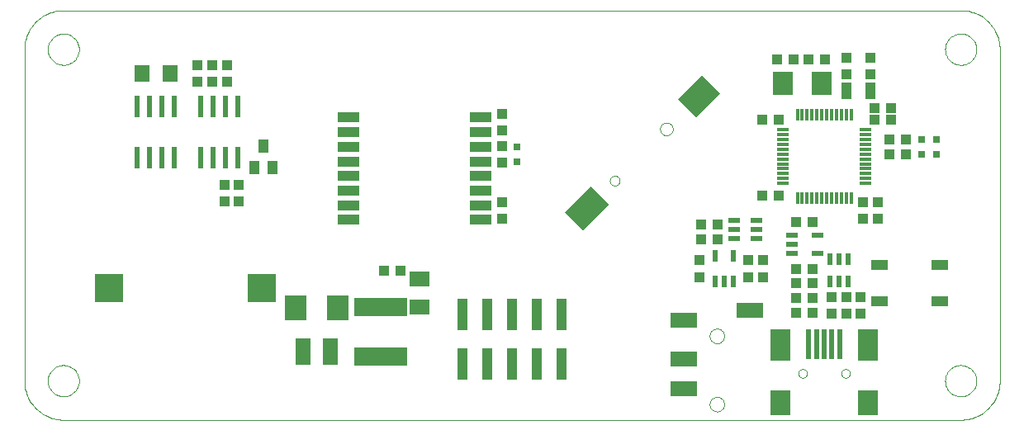
<source format=gtp>
G75*
G70*
%OFA0B0*%
%FSLAX24Y24*%
%IPPOS*%
%LPD*%
%AMOC8*
5,1,8,0,0,1.08239X$1,22.5*
%
%ADD10C,0.0000*%
%ADD11R,0.0433X0.0394*%
%ADD12R,0.1024X0.1476*%
%ADD13R,0.1024X0.1378*%
%ADD14R,0.0394X0.0433*%
%ADD15R,0.0315X0.0315*%
%ADD16R,0.0787X0.0984*%
%ADD17R,0.0787X0.1299*%
%ADD18R,0.0197X0.1220*%
%ADD19R,0.0472X0.0217*%
%ADD20R,0.1181X0.1181*%
%ADD21R,0.0236X0.0866*%
%ADD22R,0.0394X0.0551*%
%ADD23R,0.0630X0.0710*%
%ADD24R,0.0906X0.0984*%
%ADD25R,0.2165X0.0728*%
%ADD26R,0.0630X0.1063*%
%ADD27R,0.0787X0.0630*%
%ADD28R,0.0709X0.0433*%
%ADD29R,0.0118X0.0472*%
%ADD30R,0.0472X0.0118*%
%ADD31R,0.0236X0.0472*%
%ADD32R,0.0472X0.0236*%
%ADD33R,0.1102X0.0591*%
%ADD34R,0.0787X0.0945*%
%ADD35R,0.0217X0.0472*%
%ADD36R,0.0394X0.0709*%
%ADD37R,0.0400X0.1300*%
%ADD38R,0.0860X0.0420*%
D10*
X001725Y000937D02*
X037945Y000937D01*
X037315Y002512D02*
X037317Y002562D01*
X037323Y002612D01*
X037333Y002661D01*
X037347Y002709D01*
X037364Y002756D01*
X037385Y002801D01*
X037410Y002845D01*
X037438Y002886D01*
X037470Y002925D01*
X037504Y002962D01*
X037541Y002996D01*
X037581Y003026D01*
X037623Y003053D01*
X037667Y003077D01*
X037713Y003098D01*
X037760Y003114D01*
X037808Y003127D01*
X037858Y003136D01*
X037907Y003141D01*
X037958Y003142D01*
X038008Y003139D01*
X038057Y003132D01*
X038106Y003121D01*
X038154Y003106D01*
X038200Y003088D01*
X038245Y003066D01*
X038288Y003040D01*
X038329Y003011D01*
X038368Y002979D01*
X038404Y002944D01*
X038436Y002906D01*
X038466Y002866D01*
X038493Y002823D01*
X038516Y002779D01*
X038535Y002733D01*
X038551Y002685D01*
X038563Y002636D01*
X038571Y002587D01*
X038575Y002537D01*
X038575Y002487D01*
X038571Y002437D01*
X038563Y002388D01*
X038551Y002339D01*
X038535Y002291D01*
X038516Y002245D01*
X038493Y002201D01*
X038466Y002158D01*
X038436Y002118D01*
X038404Y002080D01*
X038368Y002045D01*
X038329Y002013D01*
X038288Y001984D01*
X038245Y001958D01*
X038200Y001936D01*
X038154Y001918D01*
X038106Y001903D01*
X038057Y001892D01*
X038008Y001885D01*
X037958Y001882D01*
X037907Y001883D01*
X037858Y001888D01*
X037808Y001897D01*
X037760Y001910D01*
X037713Y001926D01*
X037667Y001947D01*
X037623Y001971D01*
X037581Y001998D01*
X037541Y002028D01*
X037504Y002062D01*
X037470Y002099D01*
X037438Y002138D01*
X037410Y002179D01*
X037385Y002223D01*
X037364Y002268D01*
X037347Y002315D01*
X037333Y002363D01*
X037323Y002412D01*
X037317Y002462D01*
X037315Y002512D01*
X037945Y000937D02*
X038022Y000939D01*
X038099Y000945D01*
X038176Y000954D01*
X038252Y000967D01*
X038328Y000984D01*
X038402Y001005D01*
X038476Y001029D01*
X038548Y001057D01*
X038618Y001088D01*
X038687Y001123D01*
X038755Y001161D01*
X038820Y001202D01*
X038883Y001247D01*
X038944Y001295D01*
X039003Y001345D01*
X039059Y001398D01*
X039112Y001454D01*
X039162Y001513D01*
X039210Y001574D01*
X039255Y001637D01*
X039296Y001702D01*
X039334Y001770D01*
X039369Y001839D01*
X039400Y001909D01*
X039428Y001981D01*
X039452Y002055D01*
X039473Y002129D01*
X039490Y002205D01*
X039503Y002281D01*
X039512Y002358D01*
X039518Y002435D01*
X039520Y002512D01*
X039520Y015898D01*
X037315Y015898D02*
X037317Y015948D01*
X037323Y015998D01*
X037333Y016047D01*
X037347Y016095D01*
X037364Y016142D01*
X037385Y016187D01*
X037410Y016231D01*
X037438Y016272D01*
X037470Y016311D01*
X037504Y016348D01*
X037541Y016382D01*
X037581Y016412D01*
X037623Y016439D01*
X037667Y016463D01*
X037713Y016484D01*
X037760Y016500D01*
X037808Y016513D01*
X037858Y016522D01*
X037907Y016527D01*
X037958Y016528D01*
X038008Y016525D01*
X038057Y016518D01*
X038106Y016507D01*
X038154Y016492D01*
X038200Y016474D01*
X038245Y016452D01*
X038288Y016426D01*
X038329Y016397D01*
X038368Y016365D01*
X038404Y016330D01*
X038436Y016292D01*
X038466Y016252D01*
X038493Y016209D01*
X038516Y016165D01*
X038535Y016119D01*
X038551Y016071D01*
X038563Y016022D01*
X038571Y015973D01*
X038575Y015923D01*
X038575Y015873D01*
X038571Y015823D01*
X038563Y015774D01*
X038551Y015725D01*
X038535Y015677D01*
X038516Y015631D01*
X038493Y015587D01*
X038466Y015544D01*
X038436Y015504D01*
X038404Y015466D01*
X038368Y015431D01*
X038329Y015399D01*
X038288Y015370D01*
X038245Y015344D01*
X038200Y015322D01*
X038154Y015304D01*
X038106Y015289D01*
X038057Y015278D01*
X038008Y015271D01*
X037958Y015268D01*
X037907Y015269D01*
X037858Y015274D01*
X037808Y015283D01*
X037760Y015296D01*
X037713Y015312D01*
X037667Y015333D01*
X037623Y015357D01*
X037581Y015384D01*
X037541Y015414D01*
X037504Y015448D01*
X037470Y015485D01*
X037438Y015524D01*
X037410Y015565D01*
X037385Y015609D01*
X037364Y015654D01*
X037347Y015701D01*
X037333Y015749D01*
X037323Y015798D01*
X037317Y015848D01*
X037315Y015898D01*
X037945Y017473D02*
X038022Y017471D01*
X038099Y017465D01*
X038176Y017456D01*
X038252Y017443D01*
X038328Y017426D01*
X038402Y017405D01*
X038476Y017381D01*
X038548Y017353D01*
X038618Y017322D01*
X038687Y017287D01*
X038755Y017249D01*
X038820Y017208D01*
X038883Y017163D01*
X038944Y017115D01*
X039003Y017065D01*
X039059Y017012D01*
X039112Y016956D01*
X039162Y016897D01*
X039210Y016836D01*
X039255Y016773D01*
X039296Y016708D01*
X039334Y016640D01*
X039369Y016571D01*
X039400Y016501D01*
X039428Y016429D01*
X039452Y016355D01*
X039473Y016281D01*
X039490Y016205D01*
X039503Y016129D01*
X039512Y016052D01*
X039518Y015975D01*
X039520Y015898D01*
X037945Y017473D02*
X001725Y017473D01*
X001095Y015898D02*
X001097Y015948D01*
X001103Y015998D01*
X001113Y016047D01*
X001127Y016095D01*
X001144Y016142D01*
X001165Y016187D01*
X001190Y016231D01*
X001218Y016272D01*
X001250Y016311D01*
X001284Y016348D01*
X001321Y016382D01*
X001361Y016412D01*
X001403Y016439D01*
X001447Y016463D01*
X001493Y016484D01*
X001540Y016500D01*
X001588Y016513D01*
X001638Y016522D01*
X001687Y016527D01*
X001738Y016528D01*
X001788Y016525D01*
X001837Y016518D01*
X001886Y016507D01*
X001934Y016492D01*
X001980Y016474D01*
X002025Y016452D01*
X002068Y016426D01*
X002109Y016397D01*
X002148Y016365D01*
X002184Y016330D01*
X002216Y016292D01*
X002246Y016252D01*
X002273Y016209D01*
X002296Y016165D01*
X002315Y016119D01*
X002331Y016071D01*
X002343Y016022D01*
X002351Y015973D01*
X002355Y015923D01*
X002355Y015873D01*
X002351Y015823D01*
X002343Y015774D01*
X002331Y015725D01*
X002315Y015677D01*
X002296Y015631D01*
X002273Y015587D01*
X002246Y015544D01*
X002216Y015504D01*
X002184Y015466D01*
X002148Y015431D01*
X002109Y015399D01*
X002068Y015370D01*
X002025Y015344D01*
X001980Y015322D01*
X001934Y015304D01*
X001886Y015289D01*
X001837Y015278D01*
X001788Y015271D01*
X001738Y015268D01*
X001687Y015269D01*
X001638Y015274D01*
X001588Y015283D01*
X001540Y015296D01*
X001493Y015312D01*
X001447Y015333D01*
X001403Y015357D01*
X001361Y015384D01*
X001321Y015414D01*
X001284Y015448D01*
X001250Y015485D01*
X001218Y015524D01*
X001190Y015565D01*
X001165Y015609D01*
X001144Y015654D01*
X001127Y015701D01*
X001113Y015749D01*
X001103Y015798D01*
X001097Y015848D01*
X001095Y015898D01*
X000150Y015898D02*
X000152Y015975D01*
X000158Y016052D01*
X000167Y016129D01*
X000180Y016205D01*
X000197Y016281D01*
X000218Y016355D01*
X000242Y016429D01*
X000270Y016501D01*
X000301Y016571D01*
X000336Y016640D01*
X000374Y016708D01*
X000415Y016773D01*
X000460Y016836D01*
X000508Y016897D01*
X000558Y016956D01*
X000611Y017012D01*
X000667Y017065D01*
X000726Y017115D01*
X000787Y017163D01*
X000850Y017208D01*
X000915Y017249D01*
X000983Y017287D01*
X001052Y017322D01*
X001122Y017353D01*
X001194Y017381D01*
X001268Y017405D01*
X001342Y017426D01*
X001418Y017443D01*
X001494Y017456D01*
X001571Y017465D01*
X001648Y017471D01*
X001725Y017473D01*
X000150Y015898D02*
X000150Y002512D01*
X001095Y002512D02*
X001097Y002562D01*
X001103Y002612D01*
X001113Y002661D01*
X001127Y002709D01*
X001144Y002756D01*
X001165Y002801D01*
X001190Y002845D01*
X001218Y002886D01*
X001250Y002925D01*
X001284Y002962D01*
X001321Y002996D01*
X001361Y003026D01*
X001403Y003053D01*
X001447Y003077D01*
X001493Y003098D01*
X001540Y003114D01*
X001588Y003127D01*
X001638Y003136D01*
X001687Y003141D01*
X001738Y003142D01*
X001788Y003139D01*
X001837Y003132D01*
X001886Y003121D01*
X001934Y003106D01*
X001980Y003088D01*
X002025Y003066D01*
X002068Y003040D01*
X002109Y003011D01*
X002148Y002979D01*
X002184Y002944D01*
X002216Y002906D01*
X002246Y002866D01*
X002273Y002823D01*
X002296Y002779D01*
X002315Y002733D01*
X002331Y002685D01*
X002343Y002636D01*
X002351Y002587D01*
X002355Y002537D01*
X002355Y002487D01*
X002351Y002437D01*
X002343Y002388D01*
X002331Y002339D01*
X002315Y002291D01*
X002296Y002245D01*
X002273Y002201D01*
X002246Y002158D01*
X002216Y002118D01*
X002184Y002080D01*
X002148Y002045D01*
X002109Y002013D01*
X002068Y001984D01*
X002025Y001958D01*
X001980Y001936D01*
X001934Y001918D01*
X001886Y001903D01*
X001837Y001892D01*
X001788Y001885D01*
X001738Y001882D01*
X001687Y001883D01*
X001638Y001888D01*
X001588Y001897D01*
X001540Y001910D01*
X001493Y001926D01*
X001447Y001947D01*
X001403Y001971D01*
X001361Y001998D01*
X001321Y002028D01*
X001284Y002062D01*
X001250Y002099D01*
X001218Y002138D01*
X001190Y002179D01*
X001165Y002223D01*
X001144Y002268D01*
X001127Y002315D01*
X001113Y002363D01*
X001103Y002412D01*
X001097Y002462D01*
X001095Y002512D01*
X000150Y002512D02*
X000152Y002435D01*
X000158Y002358D01*
X000167Y002281D01*
X000180Y002205D01*
X000197Y002129D01*
X000218Y002055D01*
X000242Y001981D01*
X000270Y001909D01*
X000301Y001839D01*
X000336Y001770D01*
X000374Y001702D01*
X000415Y001637D01*
X000460Y001574D01*
X000508Y001513D01*
X000558Y001454D01*
X000611Y001398D01*
X000667Y001345D01*
X000726Y001295D01*
X000787Y001247D01*
X000850Y001202D01*
X000915Y001161D01*
X000983Y001123D01*
X001052Y001088D01*
X001122Y001057D01*
X001194Y001029D01*
X001268Y001005D01*
X001342Y000984D01*
X001418Y000967D01*
X001494Y000954D01*
X001571Y000945D01*
X001648Y000939D01*
X001725Y000937D01*
X023782Y010593D02*
X023784Y010620D01*
X023790Y010647D01*
X023799Y010673D01*
X023812Y010697D01*
X023828Y010720D01*
X023847Y010739D01*
X023869Y010756D01*
X023893Y010770D01*
X023918Y010780D01*
X023945Y010787D01*
X023972Y010790D01*
X024000Y010789D01*
X024027Y010784D01*
X024053Y010776D01*
X024077Y010764D01*
X024100Y010748D01*
X024121Y010730D01*
X024138Y010709D01*
X024153Y010685D01*
X024164Y010660D01*
X024172Y010634D01*
X024176Y010607D01*
X024176Y010579D01*
X024172Y010552D01*
X024164Y010526D01*
X024153Y010501D01*
X024138Y010477D01*
X024121Y010456D01*
X024100Y010438D01*
X024078Y010422D01*
X024053Y010410D01*
X024027Y010402D01*
X024000Y010397D01*
X023972Y010396D01*
X023945Y010399D01*
X023918Y010406D01*
X023893Y010416D01*
X023869Y010430D01*
X023847Y010447D01*
X023828Y010466D01*
X023812Y010489D01*
X023799Y010513D01*
X023790Y010539D01*
X023784Y010566D01*
X023782Y010593D01*
X025811Y012681D02*
X025813Y012712D01*
X025819Y012743D01*
X025828Y012773D01*
X025841Y012802D01*
X025858Y012829D01*
X025878Y012853D01*
X025900Y012875D01*
X025926Y012894D01*
X025953Y012910D01*
X025982Y012922D01*
X026012Y012931D01*
X026043Y012936D01*
X026075Y012937D01*
X026106Y012934D01*
X026137Y012927D01*
X026167Y012917D01*
X026195Y012903D01*
X026221Y012885D01*
X026245Y012865D01*
X026266Y012841D01*
X026285Y012816D01*
X026300Y012788D01*
X026311Y012759D01*
X026319Y012728D01*
X026323Y012697D01*
X026323Y012665D01*
X026319Y012634D01*
X026311Y012603D01*
X026300Y012574D01*
X026285Y012546D01*
X026266Y012521D01*
X026245Y012497D01*
X026221Y012477D01*
X026195Y012459D01*
X026167Y012445D01*
X026137Y012435D01*
X026106Y012428D01*
X026075Y012425D01*
X026043Y012426D01*
X026012Y012431D01*
X025982Y012440D01*
X025953Y012452D01*
X025926Y012468D01*
X025900Y012487D01*
X025878Y012509D01*
X025858Y012533D01*
X025841Y012560D01*
X025828Y012589D01*
X025819Y012619D01*
X025813Y012650D01*
X025811Y012681D01*
X027808Y004323D02*
X027810Y004357D01*
X027816Y004391D01*
X027826Y004424D01*
X027839Y004455D01*
X027857Y004485D01*
X027877Y004513D01*
X027901Y004538D01*
X027927Y004560D01*
X027955Y004578D01*
X027986Y004594D01*
X028018Y004606D01*
X028052Y004614D01*
X028086Y004618D01*
X028120Y004618D01*
X028154Y004614D01*
X028188Y004606D01*
X028220Y004594D01*
X028250Y004578D01*
X028279Y004560D01*
X028305Y004538D01*
X028329Y004513D01*
X028349Y004485D01*
X028367Y004455D01*
X028380Y004424D01*
X028390Y004391D01*
X028396Y004357D01*
X028398Y004323D01*
X028396Y004289D01*
X028390Y004255D01*
X028380Y004222D01*
X028367Y004191D01*
X028349Y004161D01*
X028329Y004133D01*
X028305Y004108D01*
X028279Y004086D01*
X028251Y004068D01*
X028220Y004052D01*
X028188Y004040D01*
X028154Y004032D01*
X028120Y004028D01*
X028086Y004028D01*
X028052Y004032D01*
X028018Y004040D01*
X027986Y004052D01*
X027955Y004068D01*
X027927Y004086D01*
X027901Y004108D01*
X027877Y004133D01*
X027857Y004161D01*
X027839Y004191D01*
X027826Y004222D01*
X027816Y004255D01*
X027810Y004289D01*
X027808Y004323D01*
X031390Y002807D02*
X031392Y002833D01*
X031398Y002859D01*
X031408Y002884D01*
X031421Y002907D01*
X031437Y002927D01*
X031457Y002945D01*
X031479Y002960D01*
X031502Y002972D01*
X031528Y002980D01*
X031554Y002984D01*
X031580Y002984D01*
X031606Y002980D01*
X031632Y002972D01*
X031656Y002960D01*
X031677Y002945D01*
X031697Y002927D01*
X031713Y002907D01*
X031726Y002884D01*
X031736Y002859D01*
X031742Y002833D01*
X031744Y002807D01*
X031742Y002781D01*
X031736Y002755D01*
X031726Y002730D01*
X031713Y002707D01*
X031697Y002687D01*
X031677Y002669D01*
X031655Y002654D01*
X031632Y002642D01*
X031606Y002634D01*
X031580Y002630D01*
X031554Y002630D01*
X031528Y002634D01*
X031502Y002642D01*
X031478Y002654D01*
X031457Y002669D01*
X031437Y002687D01*
X031421Y002707D01*
X031408Y002730D01*
X031398Y002755D01*
X031392Y002781D01*
X031390Y002807D01*
X033123Y002807D02*
X033125Y002833D01*
X033131Y002859D01*
X033141Y002884D01*
X033154Y002907D01*
X033170Y002927D01*
X033190Y002945D01*
X033212Y002960D01*
X033235Y002972D01*
X033261Y002980D01*
X033287Y002984D01*
X033313Y002984D01*
X033339Y002980D01*
X033365Y002972D01*
X033389Y002960D01*
X033410Y002945D01*
X033430Y002927D01*
X033446Y002907D01*
X033459Y002884D01*
X033469Y002859D01*
X033475Y002833D01*
X033477Y002807D01*
X033475Y002781D01*
X033469Y002755D01*
X033459Y002730D01*
X033446Y002707D01*
X033430Y002687D01*
X033410Y002669D01*
X033388Y002654D01*
X033365Y002642D01*
X033339Y002634D01*
X033313Y002630D01*
X033287Y002630D01*
X033261Y002634D01*
X033235Y002642D01*
X033211Y002654D01*
X033190Y002669D01*
X033170Y002687D01*
X033154Y002707D01*
X033141Y002730D01*
X033131Y002755D01*
X033125Y002781D01*
X033123Y002807D01*
X027808Y001567D02*
X027810Y001601D01*
X027816Y001635D01*
X027826Y001668D01*
X027839Y001699D01*
X027857Y001729D01*
X027877Y001757D01*
X027901Y001782D01*
X027927Y001804D01*
X027955Y001822D01*
X027986Y001838D01*
X028018Y001850D01*
X028052Y001858D01*
X028086Y001862D01*
X028120Y001862D01*
X028154Y001858D01*
X028188Y001850D01*
X028220Y001838D01*
X028250Y001822D01*
X028279Y001804D01*
X028305Y001782D01*
X028329Y001757D01*
X028349Y001729D01*
X028367Y001699D01*
X028380Y001668D01*
X028390Y001635D01*
X028396Y001601D01*
X028398Y001567D01*
X028396Y001533D01*
X028390Y001499D01*
X028380Y001466D01*
X028367Y001435D01*
X028349Y001405D01*
X028329Y001377D01*
X028305Y001352D01*
X028279Y001330D01*
X028251Y001312D01*
X028220Y001296D01*
X028188Y001284D01*
X028154Y001276D01*
X028120Y001272D01*
X028086Y001272D01*
X028052Y001276D01*
X028018Y001284D01*
X027986Y001296D01*
X027955Y001312D01*
X027927Y001330D01*
X027901Y001352D01*
X027877Y001377D01*
X027857Y001405D01*
X027839Y001435D01*
X027826Y001466D01*
X027816Y001499D01*
X027810Y001533D01*
X027808Y001567D01*
D11*
X032729Y005229D03*
X033319Y005229D03*
X033910Y005229D03*
X033910Y005898D03*
X033319Y005898D03*
X032729Y005898D03*
X031981Y006449D03*
X031311Y006449D03*
X031311Y007040D03*
X031981Y007040D03*
X031981Y008910D03*
X031311Y008910D03*
X030603Y009993D03*
X029933Y009993D03*
X034599Y009737D03*
X034599Y009067D03*
X034461Y013044D03*
X034461Y013536D03*
X035130Y013536D03*
X035130Y013044D03*
X030603Y013044D03*
X029933Y013044D03*
X030524Y015504D03*
X031193Y015504D03*
X031804Y015504D03*
X032473Y015504D03*
X019441Y013280D03*
X019441Y012611D03*
X019441Y012000D03*
X019441Y011331D03*
X007729Y014579D03*
X007729Y015248D03*
D12*
G36*
X023024Y010362D02*
X023748Y009638D01*
X022706Y008596D01*
X021982Y009320D01*
X023024Y010362D01*
G37*
D13*
G36*
X027514Y014852D02*
X028238Y014128D01*
X027264Y013154D01*
X026540Y013878D01*
X027514Y014852D01*
G37*
D14*
X033319Y014874D03*
X034304Y014874D03*
X034304Y015544D03*
X033319Y015544D03*
X035052Y012256D03*
X035721Y012256D03*
X035721Y011666D03*
X035052Y011666D03*
X034008Y009737D03*
X034008Y009067D03*
X029973Y007374D03*
X029382Y007374D03*
X029382Y006705D03*
X029973Y006705D03*
X031311Y005859D03*
X031981Y005859D03*
X031981Y005268D03*
X031311Y005268D03*
X027414Y006705D03*
X027414Y007374D03*
X027473Y008221D03*
X028142Y008221D03*
X028142Y008811D03*
X027473Y008811D03*
X019441Y009067D03*
X019441Y009737D03*
X015347Y006941D03*
X014678Y006941D03*
X008811Y009756D03*
X008221Y009756D03*
X008221Y010426D03*
X008811Y010426D03*
X008319Y014579D03*
X007138Y014579D03*
X007138Y015248D03*
X008319Y015248D03*
D15*
X020032Y011961D03*
X020032Y011370D03*
X036370Y011666D03*
X036961Y011666D03*
X036961Y012256D03*
X036370Y012256D03*
D16*
X034185Y001626D03*
X030681Y001626D03*
D17*
X030681Y003949D03*
X034185Y003949D03*
D18*
X033063Y003989D03*
X032748Y003989D03*
X032433Y003989D03*
X032119Y003989D03*
X031804Y003989D03*
D19*
X032158Y007650D03*
X031134Y007650D03*
X031134Y008024D03*
X031134Y008398D03*
X032158Y008398D03*
D20*
X009717Y006252D03*
X003575Y006252D03*
D21*
X004715Y011528D03*
X005215Y011528D03*
X005715Y011528D03*
X006215Y011528D03*
X007274Y011528D03*
X007774Y011528D03*
X008274Y011528D03*
X008774Y011528D03*
X008774Y013575D03*
X008274Y013575D03*
X007774Y013575D03*
X007274Y013575D03*
X006215Y013575D03*
X005715Y013575D03*
X005215Y013575D03*
X004715Y013575D03*
D22*
X009796Y012000D03*
X010170Y011134D03*
X009422Y011134D03*
D23*
X006025Y014914D03*
X004905Y014914D03*
D24*
X011115Y005465D03*
X012807Y005465D03*
D25*
X014520Y005485D03*
X014520Y003477D03*
D26*
X012512Y003693D03*
X011410Y003693D03*
D27*
X016095Y005504D03*
X016095Y006607D03*
D28*
X034658Y007178D03*
X037099Y007178D03*
X037099Y005721D03*
X034658Y005721D03*
D29*
X033516Y009894D03*
X033319Y009894D03*
X033122Y009894D03*
X032926Y009894D03*
X032729Y009894D03*
X032532Y009894D03*
X032335Y009894D03*
X032138Y009894D03*
X031941Y009894D03*
X031744Y009894D03*
X031548Y009894D03*
X031351Y009894D03*
X031351Y013241D03*
X031548Y013241D03*
X031744Y013241D03*
X031941Y013241D03*
X032138Y013241D03*
X032335Y013241D03*
X032532Y013241D03*
X032729Y013241D03*
X032926Y013241D03*
X033122Y013241D03*
X033319Y013241D03*
X033516Y013241D03*
D30*
X034107Y012650D03*
X034107Y012453D03*
X034107Y012256D03*
X034107Y012059D03*
X034107Y011863D03*
X034107Y011666D03*
X034107Y011469D03*
X034107Y011272D03*
X034107Y011075D03*
X034107Y010878D03*
X034107Y010681D03*
X034107Y010485D03*
X030760Y010485D03*
X030760Y010681D03*
X030760Y010878D03*
X030760Y011075D03*
X030760Y011272D03*
X030760Y011469D03*
X030760Y011666D03*
X030760Y011863D03*
X030760Y012059D03*
X030760Y012256D03*
X030760Y012453D03*
X030760Y012650D03*
D31*
X032650Y007433D03*
X033024Y007433D03*
X033398Y007433D03*
X033398Y006528D03*
X033024Y006528D03*
X032650Y006528D03*
D32*
X029697Y008241D03*
X029697Y008615D03*
X028792Y008615D03*
X028792Y008241D03*
X028792Y008989D03*
X029697Y008989D03*
D33*
X029441Y005347D03*
X026764Y004953D03*
X026764Y003378D03*
X026764Y002197D03*
D34*
X030760Y014520D03*
X032335Y014520D03*
D35*
X028772Y007552D03*
X028024Y007552D03*
X028024Y006528D03*
X028398Y006528D03*
X028772Y006528D03*
D36*
X033319Y014225D03*
X034304Y014225D03*
D37*
X021839Y005178D03*
X020839Y005178D03*
X019839Y005178D03*
X018839Y005178D03*
X017839Y005178D03*
X017839Y003178D03*
X018839Y003178D03*
X019839Y003178D03*
X020839Y003178D03*
X021839Y003178D03*
D38*
X018556Y009008D03*
X018556Y009599D03*
X018556Y010189D03*
X018556Y010780D03*
X018556Y011370D03*
X018556Y011961D03*
X018556Y012552D03*
X018556Y013142D03*
X013241Y013142D03*
X013241Y012552D03*
X013241Y011961D03*
X013241Y011370D03*
X013241Y010780D03*
X013241Y010189D03*
X013241Y009599D03*
X013241Y009008D03*
M02*

</source>
